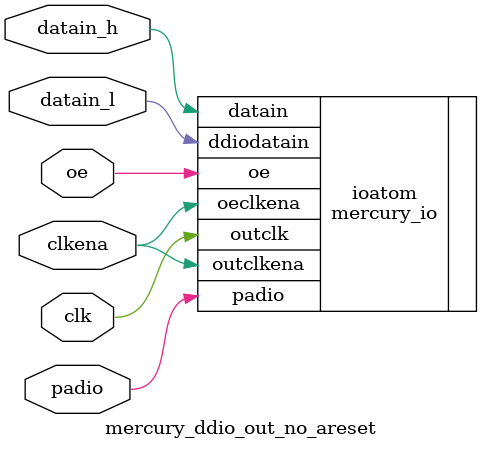
<source format=v>
module mercury_ddio_out_no_areset(padio, clk, clkena, oe, datain_h, datain_l);
	input 	clk;
	input	clkena;
	input 	datain_h;
	input 	datain_l;
	input	oe;
	inout 	padio;
   
	parameter areset_mode = "none";
	parameter power_up_mode = "low";
	
	parameter operation_mode = "output";
	parameter ddio_mode = "output";
	parameter oe_register_mode = "register";
	parameter oe_reset = areset_mode;
	parameter oe_power_up = power_up_mode;
	parameter output_register_mode = "register";
	parameter output_reset = areset_mode;
	parameter output_power_up = power_up_mode;
	
	mercury_io ioatom (
				.outclk(clk),
				.outclkena(clkena),
				.oeclkena(clkena),
				.datain(datain_h),
				.ddiodatain(datain_l),
				.oe(oe),
				.padio(padio)
	);
   	defparam ioatom.operation_mode = operation_mode,
			ioatom.ddio_mode = ddio_mode,
	    	ioatom.oe_register_mode = oe_register_mode,
	    	ioatom.oe_reset = oe_reset,
	    	ioatom.oe_power_up = oe_power_up,
	    	ioatom.output_register_mode = output_register_mode,
	    	ioatom.output_reset = output_reset,
	    	ioatom.output_power_up = output_power_up;

endmodule // mercury_ddio_out_no_reset

</source>
